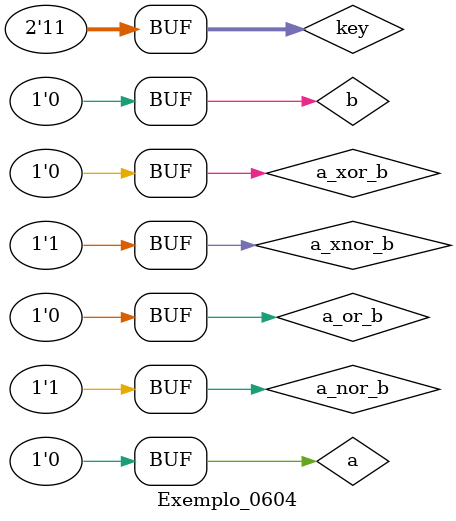
<source format=v>

module mux4inputs(input [3:0] inputArray, input [1:0] key, output selectedInput);

    assign selectedInput = inputArray[key];

endmodule

module Exemplo_0604;

	// ------------------------- data definition
	reg a;
	reg b;
	reg [1:0] key;
	wire a_or_b, a_nor_b, a_xor_b, a_xnor_b;
	wire choosed_operation_result;
	
	or or1(a_or_b, a, b);
	nor nor1(a_nor_b, a, b);
	xor xor1(a_xor_b, a, b);
	xnor xnor1(a_xnor_b, a, b);
	// O colchete com virgulas {,} faz com que os resultados das operacoes sejam concatenados
	// formando, assim, um numero binario. A operacao 'a_or_b' representa o bit menos
	// significativo do numero. (little endian).
	mux4inputs mux4 ( { a_xnor_b, a_xor_b, a_nor_b, a_or_b }, key, choosed_operation_result );
	
	// ------------------------- main part
	initial
	begin : main
		$display("");
		$display("Exemplo_0604 - Axell Brendow - 631822");
		$display("");
		$display("key = 00  -->  or is used");
		$display("key = 01  -->  nor is used");
		$display("key = 10  -->  xor is used");
		$display("key = 11  -->  xnor is used");
		$display("");
		
		// projecting module tests
		$monitor("(%b, %b) = %b", a, b, choosed_operation_result);
		
		$display("for key = 00");
		   a = 1; b = 1; key = 2'b00;
		#1 a = 1; b = 0;
		#1 a = 0; b = 1;
		#1 a = 0; b = 0;
		
		#1 $display("\nfor key = 01");
		   a = 1; b = 1; key = 2'b01;
		#1 a = 1; b = 0;
		#1 a = 0; b = 1;
		#1 a = 0; b = 0;
		
		#1 $display("\nfor key = 10");
		   a = 1; b = 1; key = 2'b10;
		#1 a = 1; b = 0;
		#1 a = 0; b = 1;
		#1 a = 0; b = 0;
		
		#1 $display("\nfor key = 11");
		   a = 1; b = 1; key = 2'b11;
		#1 a = 1; b = 0;
		#1 a = 0; b = 1;
		#1 a = 0; b = 0;
	end
	
endmodule
</source>
